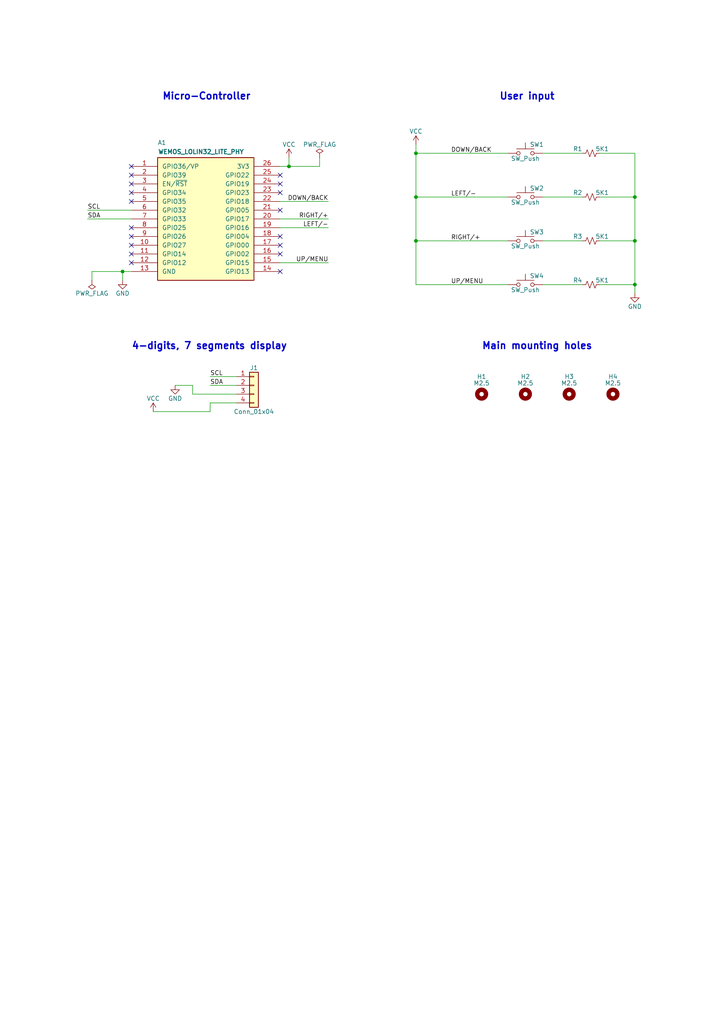
<source format=kicad_sch>
(kicad_sch (version 20230121) (generator eeschema)
  (paper "A4" portrait)
  (title_block (title "The clock — Main board for WEMOS Lolin32 Lite") (date "2023-11-19") (rev "v0.0.0-draft") (company "Sporniket") (comment 3 "https://github.com/sporniket/the-clock--main-pcb-esp32--lolin32-lite") (comment 4 "Original repository :"))
  (lib_symbols
    (symbol "Connector_Generic:Conn_01x04" (pin_names (offset 1.016) hide)
      (property "Reference" "J" (at 0 5.08 0))
      (property "Value" "Conn_01x04" (at 0 -7.62 0))
      (symbol "Conn_01x04_1_1"
        (rectangle (start -1.27 -4.953) (end 0 -5.207) (stroke (width 0.1524)))
        (rectangle (start -1.27 -2.413) (end 0 -2.667) (stroke (width 0.1524)))
        (rectangle (start -1.27 0.127) (end 0 -0.127) (stroke (width 0.1524)))
        (rectangle (start -1.27 2.667) (end 0 2.413) (stroke (width 0.1524)))
        (rectangle (start -1.27 3.81) (end 1.27 -6.35) (stroke (width 0.254)) (fill (type background)))
        (pin passive line (at -5.08 2.54 0) (length 3.81) (name "Pin_1") (number "1"))
        (pin passive line (at -5.08 0 0) (length 3.81) (name "Pin_2") (number "2"))
        (pin passive line (at -5.08 -2.54 0) (length 3.81) (name "Pin_3") (number "3"))
        (pin passive line (at -5.08 -5.08 0) (length 3.81) (name "Pin_4") (number "4"))
      )
    )
    (symbol "Device:R_Small_US" (pin_numbers hide) (pin_names (offset 0.254) hide)
      (property "Reference" "R" (at 0.762 0.508 0))
      (property "Value" "R_Small_US" (at 0.762 -1.016 0))
      (symbol "R_Small_US_1_1"
        (polyline (pts (xy 0 0) (xy 1.016 -0.381) (xy 0 -0.762) (xy -1.016 -1.143) (xy 0 -1.524)))
        (polyline (pts (xy 0 1.524) (xy 1.016 1.143) (xy 0 0.762) (xy -1.016 0.381) (xy 0 0)))
        (pin passive line (at 0 2.54 270) (length 1.016) (name "~") (number "1"))
        (pin passive line (at 0 -2.54 90) (length 1.016) (name "~") (number "2"))
      )
    )
    (symbol "Mechanical:MountingHole" (pin_names (offset 1.016))
      (property "Reference" "H" (at 0 5.08 0))
      (property "Value" "MountingHole" (at 0 3.175 0))
      (symbol "MountingHole_0_1"
        (circle (center 0 0) (radius 1.27) (stroke (width 1.27)))
      )
    )
    (symbol "Switch:SW_Push" (pin_numbers hide) (pin_names (offset 1.016) hide)
      (property "Reference" "SW" (at 1.27 2.54 0))
      (property "Value" "SW_Push" (at 0 -1.524 0))
      (symbol "SW_Push_0_1"
        (circle (center -2.032 0) (radius 0.508))
        (polyline (pts (xy 0 1.27) (xy 0 3.048)))
        (polyline (pts (xy 2.54 1.27) (xy -2.54 1.27)))
        (circle (center 2.032 0) (radius 0.508))
        (pin passive line (at -5.08 0 0) (length 2.54) (name "1") (number "1"))
        (pin passive line (at 5.08 0 180) (length 2.54) (name "2") (number "2"))
      )
    )
    (symbol "power:GND" (power) (pin_names (offset 0))
      (property "Value" "GND" (at 0 -3.81 0))
      (symbol "GND_0_1"
        (polyline (pts (xy 0 0) (xy 0 -1.27) (xy 1.27 -1.27) (xy 0 -2.54) (xy -1.27 -1.27) (xy 0 -1.27)))
      )
      (symbol "GND_1_1"
        (pin power_in line (at 0 0 270) (length 0) hide (name "GND") (number "1"))
      )
    )
    (symbol "power:PWR_FLAG" (power) (pin_numbers hide) (pin_names (offset 0) hide)
      (property "Value" "PWR_FLAG" (at 0 3.81 0))
      (symbol "PWR_FLAG_0_0"
        (pin power_out line (at 0 0 90) (length 0) (name "pwr") (number "1"))
      )
      (symbol "PWR_FLAG_0_1"
        (polyline (pts (xy 0 0) (xy 0 1.27) (xy -1.016 1.905) (xy 0 2.54) (xy 1.016 1.905) (xy 0 1.27)))
      )
    )
    (symbol "power:VCC" (power) (pin_names (offset 0))
      (property "Value" "VCC" (at 0 3.81 0))
      (symbol "VCC_0_1"
        (polyline (pts (xy -0.762 1.27) (xy 0 2.54)))
        (polyline (pts (xy 0 0) (xy 0 2.54)))
        (polyline (pts (xy 0 2.54) (xy 0.762 1.27)))
      )
      (symbol "VCC_1_1"
        (pin power_in line (at 0 0 90) (length 0) hide (name "VCC") (number "1"))
      )
    )
    (symbol "wemos_lolin32_lite:WEMOS_LOLIN32_LITE_PHY" (pin_names (offset 1.27))
      (property "Reference" "A" (at -13.97 22.86 0))
      (property "Value" "WEMOS_LOLIN32_LITE_PHY" (at -13.97 20.32 0))
      (symbol "WEMOS_LOLIN32_LITE_PHY_0_0"
        (rectangle (start -13.97 17.78) (end 13.97 -17.78) (stroke (width 0.254)) (fill (type background)))
        (pin input line (at -21.59 15.24 0) (length 7.62) (name "GPIO36/VP") (number "1"))
        (pin bidirectional line (at -21.59 -7.62 0) (length 7.62) (name "GPIO27") (number "10"))
        (pin bidirectional line (at -21.59 -10.16 0) (length 7.62) (name "GPIO14") (number "11"))
        (pin bidirectional line (at -21.59 -12.7 0) (length 7.62) (name "GPIO12") (number "12"))
        (pin power_in line (at -21.59 -15.24 0) (length 7.62) (name "GND") (number "13"))
        (pin bidirectional line (at 21.59 -15.24 180) (length 7.62) (name "GPIO13") (number "14"))
        (pin bidirectional line (at 21.59 -12.7 180) (length 7.62) (name "GPIO15") (number "15"))
        (pin bidirectional line (at 21.59 -10.16 180) (length 7.62) (name "GPIO02") (number "16"))
        (pin bidirectional line (at 21.59 -7.62 180) (length 7.62) (name "GPIO00") (number "17"))
        (pin bidirectional line (at 21.59 -5.08 180) (length 7.62) (name "GPIO04") (number "18"))
        (pin bidirectional line (at 21.59 -2.54 180) (length 7.62) (name "GPIO16") (number "19"))
        (pin input line (at -21.59 12.7 0) (length 7.62) (name "GPIO39") (number "2"))
        (pin bidirectional line (at 21.59 0 180) (length 7.62) (name "GPIO17") (number "20"))
        (pin bidirectional line (at 21.59 2.54 180) (length 7.62) (name "GPIO05") (number "21"))
        (pin bidirectional line (at 21.59 5.08 180) (length 7.62) (name "GPIO18") (number "22"))
        (pin bidirectional line (at 21.59 7.62 180) (length 7.62) (name "GPIO23") (number "23"))
        (pin bidirectional line (at 21.59 10.16 180) (length 7.62) (name "GPIO19") (number "24"))
        (pin bidirectional line (at 21.59 12.7 180) (length 7.62) (name "GPIO22") (number "25"))
        (pin power_in line (at 21.59 15.24 180) (length 7.62) (name "3V3") (number "26"))
        (pin input line (at -21.59 10.16 0) (length 7.62) (name "EN/~{RST}") (number "3"))
        (pin input line (at -21.59 7.62 0) (length 7.62) (name "GPIO34") (number "4"))
        (pin input line (at -21.59 5.08 0) (length 7.62) (name "GPIO35") (number "5"))
        (pin bidirectional line (at -21.59 2.54 0) (length 7.62) (name "GPIO32") (number "6"))
        (pin bidirectional line (at -21.59 0 0) (length 7.62) (name "GPIO33") (number "7"))
        (pin bidirectional line (at -21.59 -2.54 0) (length 7.62) (name "GPIO25") (number "8"))
        (pin bidirectional line (at -21.59 -5.08 0) (length 7.62) (name "GPIO26") (number "9"))
      )
    )
  )
  (junction (at 35.56 78.74))
  (junction (at 184.15 57.15))
  (junction (at 83.82 48.26))
  (junction (at 184.15 82.55))
  (junction (at 120.65 57.15))
  (junction (at 184.15 69.85))
  (junction (at 120.65 69.85))
  (junction (at 120.65 44.45))
  (no_connect (at 38.1 53.34))
  (no_connect (at 38.1 73.66))
  (no_connect (at 81.28 55.88))
  (no_connect (at 38.1 66.04))
  (no_connect (at 81.28 50.8))
  (no_connect (at 81.28 60.96))
  (no_connect (at 38.1 68.58))
  (no_connect (at 38.1 50.8))
  (no_connect (at 81.28 71.12))
  (no_connect (at 38.1 55.88))
  (no_connect (at 38.1 76.2))
  (no_connect (at 81.28 53.34))
  (no_connect (at 38.1 48.26))
  (no_connect (at 81.28 78.74))
  (no_connect (at 81.28 73.66))
  (no_connect (at 81.28 68.58))
  (no_connect (at 38.1 71.12))
  (no_connect (at 38.1 58.42))
  (wire (pts (xy 60.96 119.38) (xy 60.96 116.84)))
  (wire (pts (xy 120.65 82.55) (xy 147.32 82.55)))
  (wire (pts (xy 26.67 78.74) (xy 35.56 78.74)))
  (wire (pts (xy 44.45 119.38) (xy 60.96 119.38)))
  (wire (pts (xy 120.65 41.91) (xy 120.65 44.45)))
  (wire (pts (xy 83.82 45.72) (xy 83.82 48.26)))
  (wire (pts (xy 157.48 44.45) (xy 168.91 44.45)))
  (wire (pts (xy 60.96 111.76) (xy 68.58 111.76)))
  (wire (pts (xy 81.28 76.2) (xy 95.25 76.2)))
  (wire (pts (xy 120.65 69.85) (xy 120.65 82.55)))
  (wire (pts (xy 120.65 57.15) (xy 120.65 69.85)))
  (wire (pts (xy 120.65 44.45) (xy 147.32 44.45)))
  (wire (pts (xy 25.4 60.96) (xy 38.1 60.96)))
  (wire (pts (xy 173.99 57.15) (xy 184.15 57.15)))
  (wire (pts (xy 92.71 48.26) (xy 92.71 45.72)))
  (wire (pts (xy 184.15 69.85) (xy 184.15 57.15)))
  (wire (pts (xy 25.4 63.5) (xy 38.1 63.5)))
  (wire (pts (xy 81.28 58.42) (xy 95.25 58.42)))
  (wire (pts (xy 184.15 82.55) (xy 184.15 69.85)))
  (wire (pts (xy 60.96 109.22) (xy 68.58 109.22)))
  (wire (pts (xy 157.48 82.55) (xy 168.91 82.55)))
  (wire (pts (xy 184.15 44.45) (xy 173.99 44.45)))
  (wire (pts (xy 81.28 63.5) (xy 95.25 63.5)))
  (wire (pts (xy 157.48 69.85) (xy 168.91 69.85)))
  (wire (pts (xy 50.8 111.76) (xy 55.88 111.76)))
  (wire (pts (xy 157.48 57.15) (xy 168.91 57.15)))
  (wire (pts (xy 120.65 44.45) (xy 120.65 57.15)))
  (wire (pts (xy 26.67 81.28) (xy 26.67 78.74)))
  (wire (pts (xy 120.65 69.85) (xy 147.32 69.85)))
  (wire (pts (xy 184.15 85.09) (xy 184.15 82.55)))
  (wire (pts (xy 81.28 48.26) (xy 83.82 48.26)))
  (wire (pts (xy 120.65 57.15) (xy 147.32 57.15)))
  (wire (pts (xy 83.82 48.26) (xy 92.71 48.26)))
  (wire (pts (xy 55.88 114.3) (xy 55.88 111.76)))
  (wire (pts (xy 81.28 66.04) (xy 95.25 66.04)))
  (wire (pts (xy 35.56 78.74) (xy 35.56 81.28)))
  (wire (pts (xy 173.99 82.55) (xy 184.15 82.55)))
  (wire (pts (xy 60.96 116.84) (xy 68.58 116.84)))
  (wire (pts (xy 184.15 57.15) (xy 184.15 44.45)))
  (wire (pts (xy 173.99 69.85) (xy 184.15 69.85)))
  (wire (pts (xy 55.88 114.3) (xy 68.58 114.3)))
  (wire (pts (xy 35.56 78.74) (xy 38.1 78.74)))
  (text "Micro-Controller" (at 46.99 29.21 0) (effects (font (size 2 2) (thickness 0.4) bold) (justify left bottom)))
  (text "Main mounting holes" (at 139.7 101.6 0) (effects (font (size 2 2) (thickness 0.4) bold) (justify left bottom)))
  (text "4-digits, 7 segments display" (at 38.1 101.6 0) (effects (font (size 2 2) (thickness 0.4) bold) (justify left bottom)))
  (text "User input" (at 144.78 29.21 0) (effects (font (size 2 2) (thickness 0.4) bold) (justify left bottom)))
  (label "UP{slash}MENU" (at 95.25 76.2 180))
  (label "SCL" (at 25.4 60.96 0))
  (label "LEFT{slash}-" (at 130.81 57.15 0))
  (label "SCL" (at 60.96 109.22 0))
  (label "RIGHT{slash}+" (at 130.81 69.85 0))
  (label "SDA" (at 60.96 111.76 0))
  (label "DOWN{slash}BACK" (at 130.81 44.45 0))
  (label "RIGHT{slash}+" (at 95.25 63.5 180))
  (label "SDA" (at 25.4 63.5 0))
  (label "DOWN{slash}BACK" (at 95.25 58.42 180))
  (label "LEFT{slash}-" (at 95.25 66.04 180))
  (label "UP{slash}MENU" (at 130.81 82.55 0))
  (symbol (lib_id "power:PWR_FLAG") (at 92.71 45.72 0) (unit 1)
    (property "Reference" "#FLG02" (effects hide))
    (property "Value" "PWR_FLAG" (at 92.71 41.91 0))
  )
  (symbol (lib_id "Mechanical:MountingHole") (at 152.4 114.3 0) (unit 1)
    (property "Reference" "H2" (at 152.4 109.22 0))
    (property "Value" "M2.5" (at 152.4 111.125 0))
    (property "Footprint" "MountingHole:MountingHole_2.7mm_M2.5" (effects hide))
  )
  (symbol (lib_id "Connector_Generic:Conn_01x04") (at 73.66 111.76 0) (unit 1)
    (property "Reference" "J1" (at 73.66 106.68 0))
    (property "Value" "Conn_01x04" (at 73.66 119.38 0))
    (property "Footprint" "assemblies_displays_modules:TM1637_7_segments_4_digits_clock_i2c" (effects hide))
  )
  (symbol (lib_id "power:VCC") (at 44.45 119.38 0) (unit 1)
    (property "Reference" "#PWR05" (effects hide))
    (property "Value" "VCC" (at 44.45 115.57 0))
  )
  (symbol (lib_id "Switch:SW_Push") (at 152.4 69.85 0) (unit 1)
    (property "Reference" "SW3" (at 153.67 67.31 0) (effects (justify left)))
    (property "Value" "SW_Push" (at 152.4 71.374 0))
    (property "Footprint" "Button_Switch_THT:SW_PUSH_6mm_H13mm" (effects hide))
  )
  (symbol (lib_id "power:PWR_FLAG") (at 26.67 81.28 180) (unit 1)
    (property "Reference" "#FLG01" (effects hide))
    (property "Value" "PWR_FLAG" (at 26.67 85.09 0))
  )
  (symbol (lib_id "wemos_lolin32_lite:WEMOS_LOLIN32_LITE_PHY") (at 59.69 63.5 0) (unit 1)
    (property "Reference" "A1" (at 45.72 40.64 0) (effects (justify left top)))
    (property "Value" "WEMOS_LOLIN32_LITE_PHY" (at 45.72 43.18 0) (effects (font bold) (justify left top)))
    (property "Footprint" "assemblies_uc_boards:DIP-26_900_WEMOS_LOLIN32_LITE" (effects hide))
    (property "Datasheet" "https://templates.blakadder.com/wemos_LOLIN32_Lite_v1.html" (effects hide))
  )
  (symbol (lib_id "Mechanical:MountingHole") (at 139.7 114.3 0) (unit 1)
    (property "Reference" "H1" (at 139.7 109.22 0))
    (property "Value" "M2.5" (at 139.7 111.125 0))
    (property "Footprint" "MountingHole:MountingHole_2.7mm_M2.5" (effects hide))
  )
  (symbol (lib_id "Switch:SW_Push") (at 152.4 57.15 0) (unit 1)
    (property "Reference" "SW2" (at 153.67 54.61 0) (effects (justify left)))
    (property "Value" "SW_Push" (at 152.4 58.674 0))
    (property "Footprint" "Button_Switch_THT:SW_PUSH_6mm_H13mm" (effects hide))
  )
  (symbol (lib_id "Mechanical:MountingHole") (at 165.1 114.3 0) (unit 1)
    (property "Reference" "H3" (at 165.1 109.22 0))
    (property "Value" "M2.5" (at 165.1 111.125 0))
    (property "Footprint" "MountingHole:MountingHole_2.7mm_M2.5" (effects hide))
  )
  (symbol (lib_id "Device:R_Small_US") (at 171.45 57.15 90) (unit 1)
    (property "Reference" "R2" (at 168.91 55.88 90) (effects (justify left)))
    (property "Value" "5K1" (at 172.72 55.88 90) (effects (justify right)))
    (property "Footprint" "commons-passives_THT:Passive_THT_resistor_W2.54mm_L10.16mm" (effects hide))
  )
  (symbol (lib_id "Device:R_Small_US") (at 171.45 69.85 90) (unit 1)
    (property "Reference" "R3" (at 168.91 68.58 90) (effects (justify left)))
    (property "Value" "5K1" (at 172.72 68.58 90) (effects (justify right)))
    (property "Footprint" "commons-passives_THT:Passive_THT_resistor_W2.54mm_L10.16mm" (effects hide))
  )
  (symbol (lib_id "Switch:SW_Push") (at 152.4 82.55 0) (unit 1)
    (property "Reference" "SW4" (at 153.67 80.01 0) (effects (justify left)))
    (property "Value" "SW_Push" (at 152.4 84.074 0))
    (property "Footprint" "Button_Switch_THT:SW_PUSH_6mm_H13mm" (effects hide))
  )
  (symbol (lib_id "power:GND") (at 35.56 81.28 0) (unit 1)
    (property "Reference" "#PWR02" (effects hide))
    (property "Value" "GND" (at 35.56 85.09 0))
  )
  (symbol (lib_id "Switch:SW_Push") (at 152.4 44.45 0) (unit 1)
    (property "Reference" "SW1" (at 153.67 41.91 0) (effects (justify left)))
    (property "Value" "SW_Push" (at 152.4 45.974 0))
    (property "Footprint" "Button_Switch_THT:SW_PUSH_6mm_H13mm" (effects hide))
  )
  (symbol (lib_id "power:VCC") (at 120.65 41.91 0) (unit 1)
    (property "Reference" "#PWR06" (effects hide))
    (property "Value" "VCC" (at 120.65 38.1 0))
  )
  (symbol (lib_id "Device:R_Small_US") (at 171.45 44.45 90) (unit 1)
    (property "Reference" "R1" (at 168.91 43.18 90) (effects (justify left)))
    (property "Value" "5K1" (at 172.72 43.18 90) (effects (justify right)))
    (property "Footprint" "commons-passives_THT:Passive_THT_resistor_W2.54mm_L10.16mm" (effects hide))
  )
  (symbol (lib_id "power:VCC") (at 83.82 45.72 0) (unit 1)
    (property "Reference" "#PWR01" (effects hide))
    (property "Value" "VCC" (at 83.82 41.91 0))
  )
  (symbol (lib_id "Device:R_Small_US") (at 171.45 82.55 90) (unit 1)
    (property "Reference" "R4" (at 168.91 81.28 90) (effects (justify left)))
    (property "Value" "5K1" (at 172.72 81.28 90) (effects (justify right)))
    (property "Footprint" "commons-passives_THT:Passive_THT_resistor_W2.54mm_L10.16mm" (effects hide))
  )
  (symbol (lib_id "power:GND") (at 50.8 111.76 0) (unit 1)
    (property "Reference" "#PWR04" (effects hide))
    (property "Value" "GND" (at 50.8 115.57 0))
  )
  (symbol (lib_id "power:GND") (at 184.15 85.09 0) (unit 1)
    (property "Reference" "#PWR03" (effects hide))
    (property "Value" "GND" (at 184.15 88.9 0))
  )
  (symbol (lib_id "Mechanical:MountingHole") (at 177.8 114.3 0) (unit 1)
    (property "Reference" "H4" (at 177.8 109.22 0))
    (property "Value" "M2.5" (at 177.8 111.125 0))
    (property "Footprint" "MountingHole:MountingHole_2.7mm_M2.5" (effects hide))
  )
)
</source>
